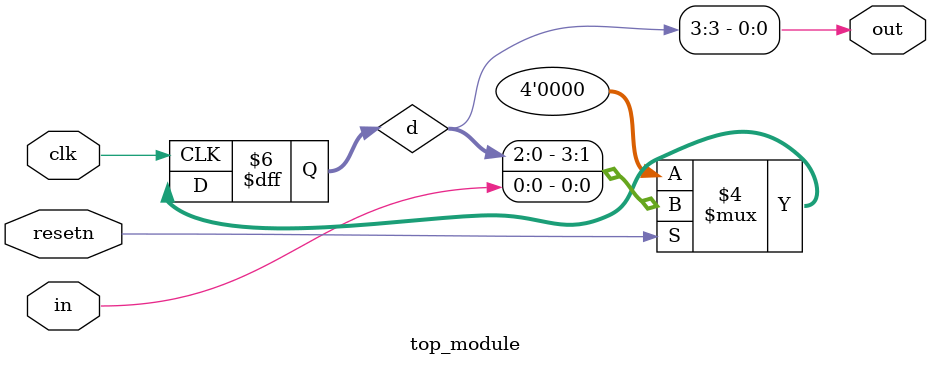
<source format=sv>
module top_module (
	input clk,
	input resetn,
	input in,
	output out
);
	
	reg [3:0] d;

	always @(posedge clk) begin
		if (!resetn) begin
			d <= 4'b0000;
		end else begin
			d <= {d[2:0], in};
		end
	end
	
	assign out = d[3];

endmodule

</source>
